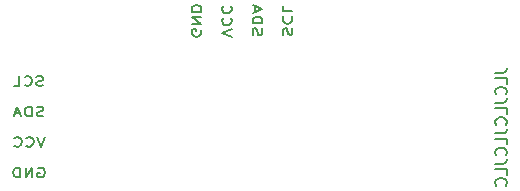
<source format=gbr>
%TF.GenerationSoftware,KiCad,Pcbnew,(6.0.6)*%
%TF.CreationDate,2022-09-15T15:55:45+09:00*%
%TF.ProjectId,LSM6DS3-breakout,4c534d36-4453-4332-9d62-7265616b6f75,rev?*%
%TF.SameCoordinates,Original*%
%TF.FileFunction,Legend,Bot*%
%TF.FilePolarity,Positive*%
%FSLAX46Y46*%
G04 Gerber Fmt 4.6, Leading zero omitted, Abs format (unit mm)*
G04 Created by KiCad (PCBNEW (6.0.6)) date 2022-09-15 15:55:45*
%MOMM*%
%LPD*%
G01*
G04 APERTURE LIST*
%ADD10C,0.150000*%
G04 APERTURE END LIST*
D10*
X108190476Y-76459809D02*
X108047619Y-76497904D01*
X107809523Y-76497904D01*
X107714285Y-76459809D01*
X107666666Y-76421714D01*
X107619047Y-76345523D01*
X107619047Y-76269333D01*
X107666666Y-76193142D01*
X107714285Y-76155047D01*
X107809523Y-76116952D01*
X108000000Y-76078857D01*
X108095238Y-76040761D01*
X108142857Y-76002666D01*
X108190476Y-75926476D01*
X108190476Y-75850285D01*
X108142857Y-75774095D01*
X108095238Y-75736000D01*
X108000000Y-75697904D01*
X107761904Y-75697904D01*
X107619047Y-75736000D01*
X106619047Y-76421714D02*
X106666666Y-76459809D01*
X106809523Y-76497904D01*
X106904761Y-76497904D01*
X107047619Y-76459809D01*
X107142857Y-76383619D01*
X107190476Y-76307428D01*
X107238095Y-76155047D01*
X107238095Y-76040761D01*
X107190476Y-75888380D01*
X107142857Y-75812190D01*
X107047619Y-75736000D01*
X106904761Y-75697904D01*
X106809523Y-75697904D01*
X106666666Y-75736000D01*
X106619047Y-75774095D01*
X105714285Y-76497904D02*
X106190476Y-76497904D01*
X106190476Y-75697904D01*
X108214285Y-79035809D02*
X108071428Y-79073904D01*
X107833333Y-79073904D01*
X107738095Y-79035809D01*
X107690476Y-78997714D01*
X107642857Y-78921523D01*
X107642857Y-78845333D01*
X107690476Y-78769142D01*
X107738095Y-78731047D01*
X107833333Y-78692952D01*
X108023809Y-78654857D01*
X108119047Y-78616761D01*
X108166666Y-78578666D01*
X108214285Y-78502476D01*
X108214285Y-78426285D01*
X108166666Y-78350095D01*
X108119047Y-78312000D01*
X108023809Y-78273904D01*
X107785714Y-78273904D01*
X107642857Y-78312000D01*
X107214285Y-79073904D02*
X107214285Y-78273904D01*
X106976190Y-78273904D01*
X106833333Y-78312000D01*
X106738095Y-78388190D01*
X106690476Y-78464380D01*
X106642857Y-78616761D01*
X106642857Y-78731047D01*
X106690476Y-78883428D01*
X106738095Y-78959619D01*
X106833333Y-79035809D01*
X106976190Y-79073904D01*
X107214285Y-79073904D01*
X106261904Y-78845333D02*
X105785714Y-78845333D01*
X106357142Y-79073904D02*
X106023809Y-78273904D01*
X105690476Y-79073904D01*
X108333333Y-80849904D02*
X108000000Y-81649904D01*
X107666666Y-80849904D01*
X106761904Y-81573714D02*
X106809523Y-81611809D01*
X106952380Y-81649904D01*
X107047619Y-81649904D01*
X107190476Y-81611809D01*
X107285714Y-81535619D01*
X107333333Y-81459428D01*
X107380952Y-81307047D01*
X107380952Y-81192761D01*
X107333333Y-81040380D01*
X107285714Y-80964190D01*
X107190476Y-80888000D01*
X107047619Y-80849904D01*
X106952380Y-80849904D01*
X106809523Y-80888000D01*
X106761904Y-80926095D01*
X105761904Y-81573714D02*
X105809523Y-81611809D01*
X105952380Y-81649904D01*
X106047619Y-81649904D01*
X106190476Y-81611809D01*
X106285714Y-81535619D01*
X106333333Y-81459428D01*
X106380952Y-81307047D01*
X106380952Y-81192761D01*
X106333333Y-81040380D01*
X106285714Y-80964190D01*
X106190476Y-80888000D01*
X106047619Y-80849904D01*
X105952380Y-80849904D01*
X105809523Y-80888000D01*
X105761904Y-80926095D01*
X107761904Y-83464000D02*
X107857142Y-83425904D01*
X108000000Y-83425904D01*
X108142857Y-83464000D01*
X108238095Y-83540190D01*
X108285714Y-83616380D01*
X108333333Y-83768761D01*
X108333333Y-83883047D01*
X108285714Y-84035428D01*
X108238095Y-84111619D01*
X108142857Y-84187809D01*
X108000000Y-84225904D01*
X107904761Y-84225904D01*
X107761904Y-84187809D01*
X107714285Y-84149714D01*
X107714285Y-83883047D01*
X107904761Y-83883047D01*
X107285714Y-84225904D02*
X107285714Y-83425904D01*
X106714285Y-84225904D01*
X106714285Y-83425904D01*
X106238095Y-84225904D02*
X106238095Y-83425904D01*
X106000000Y-83425904D01*
X105857142Y-83464000D01*
X105761904Y-83540190D01*
X105714285Y-83616380D01*
X105666666Y-83768761D01*
X105666666Y-83883047D01*
X105714285Y-84035428D01*
X105761904Y-84111619D01*
X105857142Y-84187809D01*
X106000000Y-84225904D01*
X106238095Y-84225904D01*
X128540190Y-72190476D02*
X128502095Y-72047619D01*
X128502095Y-71809523D01*
X128540190Y-71714285D01*
X128578285Y-71666666D01*
X128654476Y-71619047D01*
X128730666Y-71619047D01*
X128806857Y-71666666D01*
X128844952Y-71714285D01*
X128883047Y-71809523D01*
X128921142Y-72000000D01*
X128959238Y-72095238D01*
X128997333Y-72142857D01*
X129073523Y-72190476D01*
X129149714Y-72190476D01*
X129225904Y-72142857D01*
X129264000Y-72095238D01*
X129302095Y-72000000D01*
X129302095Y-71761904D01*
X129264000Y-71619047D01*
X128578285Y-70619047D02*
X128540190Y-70666666D01*
X128502095Y-70809523D01*
X128502095Y-70904761D01*
X128540190Y-71047619D01*
X128616380Y-71142857D01*
X128692571Y-71190476D01*
X128844952Y-71238095D01*
X128959238Y-71238095D01*
X129111619Y-71190476D01*
X129187809Y-71142857D01*
X129264000Y-71047619D01*
X129302095Y-70904761D01*
X129302095Y-70809523D01*
X129264000Y-70666666D01*
X129225904Y-70619047D01*
X128502095Y-69714285D02*
X128502095Y-70190476D01*
X129302095Y-70190476D01*
X125964190Y-72214285D02*
X125926095Y-72071428D01*
X125926095Y-71833333D01*
X125964190Y-71738095D01*
X126002285Y-71690476D01*
X126078476Y-71642857D01*
X126154666Y-71642857D01*
X126230857Y-71690476D01*
X126268952Y-71738095D01*
X126307047Y-71833333D01*
X126345142Y-72023809D01*
X126383238Y-72119047D01*
X126421333Y-72166666D01*
X126497523Y-72214285D01*
X126573714Y-72214285D01*
X126649904Y-72166666D01*
X126688000Y-72119047D01*
X126726095Y-72023809D01*
X126726095Y-71785714D01*
X126688000Y-71642857D01*
X125926095Y-71214285D02*
X126726095Y-71214285D01*
X126726095Y-70976190D01*
X126688000Y-70833333D01*
X126611809Y-70738095D01*
X126535619Y-70690476D01*
X126383238Y-70642857D01*
X126268952Y-70642857D01*
X126116571Y-70690476D01*
X126040380Y-70738095D01*
X125964190Y-70833333D01*
X125926095Y-70976190D01*
X125926095Y-71214285D01*
X126154666Y-70261904D02*
X126154666Y-69785714D01*
X125926095Y-70357142D02*
X126726095Y-70023809D01*
X125926095Y-69690476D01*
X124150095Y-72333333D02*
X123350095Y-72000000D01*
X124150095Y-71666666D01*
X123426285Y-70761904D02*
X123388190Y-70809523D01*
X123350095Y-70952380D01*
X123350095Y-71047619D01*
X123388190Y-71190476D01*
X123464380Y-71285714D01*
X123540571Y-71333333D01*
X123692952Y-71380952D01*
X123807238Y-71380952D01*
X123959619Y-71333333D01*
X124035809Y-71285714D01*
X124112000Y-71190476D01*
X124150095Y-71047619D01*
X124150095Y-70952380D01*
X124112000Y-70809523D01*
X124073904Y-70761904D01*
X123426285Y-69761904D02*
X123388190Y-69809523D01*
X123350095Y-69952380D01*
X123350095Y-70047619D01*
X123388190Y-70190476D01*
X123464380Y-70285714D01*
X123540571Y-70333333D01*
X123692952Y-70380952D01*
X123807238Y-70380952D01*
X123959619Y-70333333D01*
X124035809Y-70285714D01*
X124112000Y-70190476D01*
X124150095Y-70047619D01*
X124150095Y-69952380D01*
X124112000Y-69809523D01*
X124073904Y-69761904D01*
X121536000Y-71761904D02*
X121574095Y-71857142D01*
X121574095Y-72000000D01*
X121536000Y-72142857D01*
X121459809Y-72238095D01*
X121383619Y-72285714D01*
X121231238Y-72333333D01*
X121116952Y-72333333D01*
X120964571Y-72285714D01*
X120888380Y-72238095D01*
X120812190Y-72142857D01*
X120774095Y-72000000D01*
X120774095Y-71904761D01*
X120812190Y-71761904D01*
X120850285Y-71714285D01*
X121116952Y-71714285D01*
X121116952Y-71904761D01*
X120774095Y-71285714D02*
X121574095Y-71285714D01*
X120774095Y-70714285D01*
X121574095Y-70714285D01*
X120774095Y-70238095D02*
X121574095Y-70238095D01*
X121574095Y-70000000D01*
X121536000Y-69857142D01*
X121459809Y-69761904D01*
X121383619Y-69714285D01*
X121231238Y-69666666D01*
X121116952Y-69666666D01*
X120964571Y-69714285D01*
X120888380Y-69761904D01*
X120812190Y-69857142D01*
X120774095Y-70000000D01*
X120774095Y-70238095D01*
X146452380Y-75380952D02*
X147166666Y-75380952D01*
X147309523Y-75333333D01*
X147404761Y-75238095D01*
X147452380Y-75095238D01*
X147452380Y-75000000D01*
X147452380Y-76333333D02*
X147452380Y-75857142D01*
X146452380Y-75857142D01*
X147357142Y-77238095D02*
X147404761Y-77190476D01*
X147452380Y-77047619D01*
X147452380Y-76952380D01*
X147404761Y-76809523D01*
X147309523Y-76714285D01*
X147214285Y-76666666D01*
X147023809Y-76619047D01*
X146880952Y-76619047D01*
X146690476Y-76666666D01*
X146595238Y-76714285D01*
X146500000Y-76809523D01*
X146452380Y-76952380D01*
X146452380Y-77047619D01*
X146500000Y-77190476D01*
X146547619Y-77238095D01*
X146452380Y-77952380D02*
X147166666Y-77952380D01*
X147309523Y-77904761D01*
X147404761Y-77809523D01*
X147452380Y-77666666D01*
X147452380Y-77571428D01*
X147452380Y-78904761D02*
X147452380Y-78428571D01*
X146452380Y-78428571D01*
X147357142Y-79809523D02*
X147404761Y-79761904D01*
X147452380Y-79619047D01*
X147452380Y-79523809D01*
X147404761Y-79380952D01*
X147309523Y-79285714D01*
X147214285Y-79238095D01*
X147023809Y-79190476D01*
X146880952Y-79190476D01*
X146690476Y-79238095D01*
X146595238Y-79285714D01*
X146500000Y-79380952D01*
X146452380Y-79523809D01*
X146452380Y-79619047D01*
X146500000Y-79761904D01*
X146547619Y-79809523D01*
X146452380Y-80523809D02*
X147166666Y-80523809D01*
X147309523Y-80476190D01*
X147404761Y-80380952D01*
X147452380Y-80238095D01*
X147452380Y-80142857D01*
X147452380Y-81476190D02*
X147452380Y-81000000D01*
X146452380Y-81000000D01*
X147357142Y-82380952D02*
X147404761Y-82333333D01*
X147452380Y-82190476D01*
X147452380Y-82095238D01*
X147404761Y-81952380D01*
X147309523Y-81857142D01*
X147214285Y-81809523D01*
X147023809Y-81761904D01*
X146880952Y-81761904D01*
X146690476Y-81809523D01*
X146595238Y-81857142D01*
X146500000Y-81952380D01*
X146452380Y-82095238D01*
X146452380Y-82190476D01*
X146500000Y-82333333D01*
X146547619Y-82380952D01*
X146452380Y-83095238D02*
X147166666Y-83095238D01*
X147309523Y-83047619D01*
X147404761Y-82952380D01*
X147452380Y-82809523D01*
X147452380Y-82714285D01*
X147452380Y-84047619D02*
X147452380Y-83571428D01*
X146452380Y-83571428D01*
X147357142Y-84952380D02*
X147404761Y-84904761D01*
X147452380Y-84761904D01*
X147452380Y-84666666D01*
X147404761Y-84523809D01*
X147309523Y-84428571D01*
X147214285Y-84380952D01*
X147023809Y-84333333D01*
X146880952Y-84333333D01*
X146690476Y-84380952D01*
X146595238Y-84428571D01*
X146500000Y-84523809D01*
X146452380Y-84666666D01*
X146452380Y-84761904D01*
X146500000Y-84904761D01*
X146547619Y-84952380D01*
M02*

</source>
